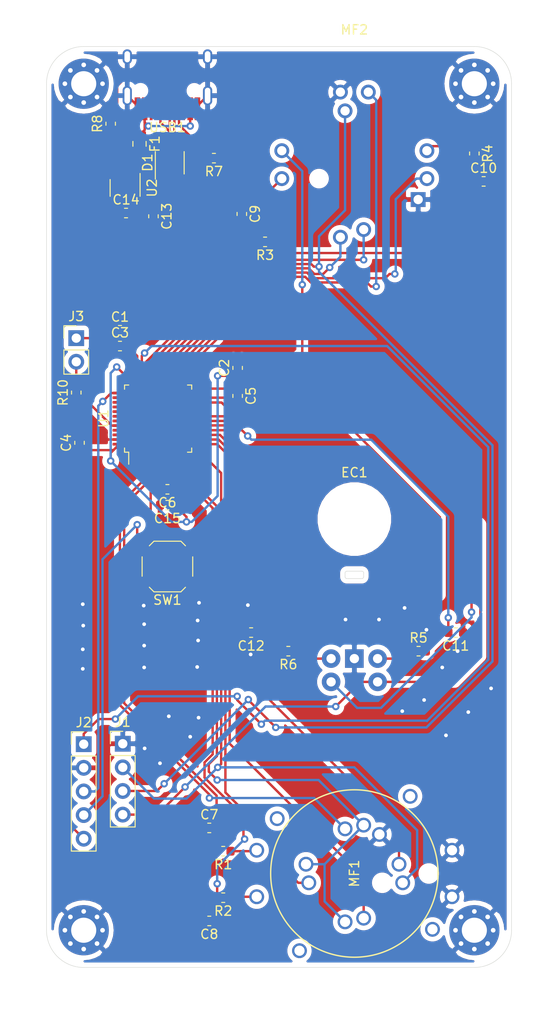
<source format=kicad_pcb>
(kicad_pcb (version 20171130) (host pcbnew "(5.1.2)-1")
  (layers (0 F.Cu signal) (31 B.Cu signal) (34 B.Paste user) (35 F.Paste user) (36 B.SilkS user) (37 F.SilkS user) (38 B.Mask user) (39 F.Mask user) (44 Edge.Cuts user))
  (net 0 "")
  (net 1 +3V3)
  (net 2 GND)
  (net 3 MF1EA)
  (net 4 MF1EB)
  (net 5 MF2EA)
  (net 6 MF2EB)
  (net 7 "Net-(EC1-PadB)")
  (net 8 "Net-(EC1-PadA)")
  (net 9 EC1S2)
  (net 10 EC1S1)
  (net 11 "Net-(MF1-Pad5)")
  (net 12 "Net-(MF1-Pad6)")
  (net 13 MF1PUSH)
  (net 14 MF1D)
  (net 15 MF1B)
  (net 16 MF1C)
  (net 17 MF1COM)
  (net 18 MF1A)
  (net 19 MF2COM)
  (net 20 MF2PUSH)
  (net 21 MF2A)
  (net 22 MF2C)
  (net 23 MF2B)
  (net 24 "Net-(MF2-Pad6)")
  (net 25 "Net-(MF2-Pad5)")
  (net 26 MF2D)
  (net 27 NRST)
  (net 28 D_N)
  (net 29 D_P)
  (net 30 EC1EA)
  (net 31 EC1EB)
  (net 32 +5V)
  (net 33 "Net-(F1-Pad1)")
  (net 34 "Net-(R7-Pad2)")
  (net 35 "Net-(R8-Pad2)")
  (net 36 SWDIO)
  (net 37 SWCLK)
  (net 38 BOOT0)
  (module Type-C:HRO-TYPE-C-31-M-12-HandSoldering (layer F.Cu) (at 13 -1.5 180)
    (fp_text reference USB1 (at 0 -10.2) (layer F.SilkS))
    (fp_text value HRO-TYPE-C-31-M-12)
    (pad 13 thru_hole oval (at 4.32 -2.6 180) (size 1 1.6) (drill oval 0.6 1.2) (layers *.Cu B.Mask) (net 2 GND))
    (pad 13 thru_hole oval (at -4.32 -2.6 180) (size 1 1.6) (drill oval 0.6 1.2) (layers *.Cu B.Mask) (net 2 GND))
    (pad 13 thru_hole oval (at 4.32 -6.78 180) (size 1 2.1) (drill oval 0.6 1.7) (layers *.Cu B.Mask) (net 2 GND))
    (pad 13 thru_hole oval (at -4.32 -6.78 180) (size 1 2.1) (drill oval 0.6 1.7) (layers *.Cu B.Mask) (net 2 GND))
    (pad "" np_thru_hole circle (at -2.89 -6.25 180) (size 0.65 0.65) (drill 0.65) (layers *.Cu *.Mask))
    (pad "" np_thru_hole circle (at 2.89 -6.25 180) (size 0.65 0.65) (drill 0.65) (layers *.Cu *.Mask))
    (pad 6 smd rect (at -0.25 -8.195 180) (size 0.3 2.45) (layers F.Cu F.Paste F.Mask) (net 29 D_P))
    (pad 7 smd rect (at 0.25 -8.195 180) (size 0.3 2.45) (layers F.Cu F.Paste F.Mask) (net 28 D_N))
    (pad 8 smd rect (at 0.75 -8.195 180) (size 0.3 2.45) (layers F.Cu F.Paste F.Mask) (net 29 D_P))
    (pad 5 smd rect (at -0.75 -8.195 180) (size 0.3 2.45) (layers F.Cu F.Paste F.Mask) (net 28 D_N))
    (pad 9 smd rect (at 1.25 -8.195 180) (size 0.3 2.45) (layers F.Cu F.Paste F.Mask))
    (pad 4 smd rect (at -1.25 -8.195 180) (size 0.3 2.45) (layers F.Cu F.Paste F.Mask) (net 34 "Net-(R7-Pad2)"))
    (pad 10 smd rect (at 1.75 -8.195 180) (size 0.3 2.45) (layers F.Cu F.Paste F.Mask) (net 35 "Net-(R8-Pad2)"))
    (pad 3 smd rect (at -1.75 -8.195 180) (size 0.3 2.45) (layers F.Cu F.Paste F.Mask))
    (pad 2 smd rect (at -2.45 -8.195 180) (size 0.6 2.45) (layers F.Cu F.Paste F.Mask) (net 33 "Net-(F1-Pad1)"))
    (pad 11 smd rect (at 2.45 -8.195 180) (size 0.6 2.45) (layers F.Cu F.Paste F.Mask) (net 33 "Net-(F1-Pad1)"))
    (pad 1 smd rect (at -3.225 -8.195 180) (size 0.6 2.45) (layers F.Cu F.Paste F.Mask) (net 2 GND))
    (pad 12 smd rect (at 3.225 -8.195 180) (size 0.6 2.45) (layers F.Cu F.Paste F.Mask) (net 2 GND))
  )
  (module Capacitor_SMD:C_0603_1608Metric (layer F.Cu) (at 11.5 18.25 270)
    (fp_text reference C13 (at 0 -1.43 90) (layer F.SilkS))
    (fp_text value 1u)
    (pad 1 smd roundrect (at -0.7875 0 270) (size 0.875 0.95) (layers F.Cu F.Paste F.Mask) (net 32 +5V))
    (pad 2 smd roundrect (at 0.7875 0 270) (size 0.875 0.95) (layers F.Cu F.Paste F.Mask) (net 2 GND))
  )
  (module Capacitor_SMD:C_0603_1608Metric (layer F.Cu) (at 7.9 30.5)
    (fp_text reference C1 (at 0 -1.43) (layer F.SilkS))
    (fp_text value 4.7u)
    (pad 1 smd roundrect (at -0.7875 0) (size 0.875 0.95) (layers F.Cu F.Paste F.Mask) (net 1 +3V3))
    (pad 2 smd roundrect (at 0.7875 0) (size 0.875 0.95) (layers F.Cu F.Paste F.Mask) (net 2 GND))
  )
  (module Capacitor_SMD:C_0603_1608Metric (layer F.Cu) (at 20.55 34.55 90)
    (fp_text reference C2 (at 0 -1.43 90) (layer F.SilkS))
    (fp_text value 4.7u)
    (pad 1 smd roundrect (at -0.7875 0 90) (size 0.875 0.95) (layers F.Cu F.Paste F.Mask) (net 1 +3V3))
    (pad 2 smd roundrect (at 0.7875 0 90) (size 0.875 0.95) (layers F.Cu F.Paste F.Mask) (net 2 GND))
  )
  (module Capacitor_SMD:C_0603_1608Metric (layer F.Cu) (at 7.9 32.2)
    (fp_text reference C3 (at 0 -1.43) (layer F.SilkS))
    (fp_text value 0.1u)
    (pad 1 smd roundrect (at -0.7875 0) (size 0.875 0.95) (layers F.Cu F.Paste F.Mask) (net 1 +3V3))
    (pad 2 smd roundrect (at 0.7875 0) (size 0.875 0.95) (layers F.Cu F.Paste F.Mask) (net 2 GND))
  )
  (module Capacitor_SMD:C_0603_1608Metric (layer F.Cu) (at 3.55 42.6 90)
    (fp_text reference C4 (at 0 -1.43 90) (layer F.SilkS))
    (fp_text value 0.1u)
    (pad 1 smd roundrect (at -0.7875 0 90) (size 0.875 0.95) (layers F.Cu F.Paste F.Mask) (net 1 +3V3))
    (pad 2 smd roundrect (at 0.7875 0 90) (size 0.875 0.95) (layers F.Cu F.Paste F.Mask) (net 2 GND))
  )
  (module Capacitor_SMD:C_0603_1608Metric (layer F.Cu) (at 20.55 37.5625 270)
    (fp_text reference C5 (at 0 -1.43 90) (layer F.SilkS))
    (fp_text value 0.1u)
    (pad 1 smd roundrect (at -0.7875 0 270) (size 0.875 0.95) (layers F.Cu F.Paste F.Mask) (net 1 +3V3))
    (pad 2 smd roundrect (at 0.7875 0 270) (size 0.875 0.95) (layers F.Cu F.Paste F.Mask) (net 2 GND))
  )
  (module Capacitor_SMD:C_0603_1608Metric (layer F.Cu) (at 17.5 84)
    (fp_text reference C7 (at 0 -1.43) (layer F.SilkS))
    (fp_text value 0.1u)
    (pad 1 smd roundrect (at -0.7875 0) (size 0.875 0.95) (layers F.Cu F.Paste F.Mask) (net 2 GND))
    (pad 2 smd roundrect (at 0.7875 0) (size 0.875 0.95) (layers F.Cu F.Paste F.Mask) (net 3 MF1EA))
  )
  (module Capacitor_SMD:C_0603_1608Metric (layer F.Cu) (at 17.5 94 180)
    (fp_text reference C8 (at 0 -1.43) (layer F.SilkS))
    (fp_text value 0.1u)
    (pad 2 smd roundrect (at 0.7875 0 180) (size 0.875 0.95) (layers F.Cu F.Paste F.Mask) (net 2 GND))
    (pad 1 smd roundrect (at -0.7875 0 180) (size 0.875 0.95) (layers F.Cu F.Paste F.Mask) (net 4 MF1EB))
  )
  (module Capacitor_SMD:C_0603_1608Metric (layer F.Cu) (at 21 18 270)
    (fp_text reference C9 (at 0 -1.43 90) (layer F.SilkS))
    (fp_text value 0.1u)
    (pad 1 smd roundrect (at -0.7875 0 270) (size 0.875 0.95) (layers F.Cu F.Paste F.Mask) (net 2 GND))
    (pad 2 smd roundrect (at 0.7875 0 270) (size 0.875 0.95) (layers F.Cu F.Paste F.Mask) (net 5 MF2EA))
  )
  (module Capacitor_SMD:C_0603_1608Metric (layer F.Cu) (at 47 14.5)
    (fp_text reference C10 (at 0 -1.43) (layer F.SilkS))
    (fp_text value 0.1u)
    (pad 2 smd roundrect (at 0.7875 0) (size 0.875 0.95) (layers F.Cu F.Paste F.Mask) (net 2 GND))
    (pad 1 smd roundrect (at -0.7875 0) (size 0.875 0.95) (layers F.Cu F.Paste F.Mask) (net 6 MF2EB))
  )
  (module Capacitor_SMD:C_0603_1608Metric (layer F.Cu) (at 44 63 180)
    (fp_text reference C11 (at 0 -1.43) (layer F.SilkS))
    (fp_text value 0.1u)
    (pad 1 smd roundrect (at -0.7875 0 180) (size 0.875 0.95) (layers F.Cu F.Paste F.Mask) (net 2 GND))
    (pad 2 smd roundrect (at 0.7875 0 180) (size 0.875 0.95) (layers F.Cu F.Paste F.Mask) (net 30 EC1EA))
  )
  (module Capacitor_SMD:C_0603_1608Metric (layer F.Cu) (at 22 63 180)
    (fp_text reference C12 (at 0 -1.43) (layer F.SilkS))
    (fp_text value 0.1u)
    (pad 2 smd roundrect (at 0.7875 0 180) (size 0.875 0.95) (layers F.Cu F.Paste F.Mask) (net 2 GND))
    (pad 1 smd roundrect (at -0.7875 0 180) (size 0.875 0.95) (layers F.Cu F.Paste F.Mask) (net 31 EC1EB))
  )
  (module Capacitor_SMD:C_0603_1608Metric (layer F.Cu) (at 8.55 17.9)
    (fp_text reference C14 (at 0 -1.43) (layer F.SilkS))
    (fp_text value 1u)
    (pad 2 smd roundrect (at 0.7875 0) (size 0.875 0.95) (layers F.Cu F.Paste F.Mask) (net 1 +3V3))
    (pad 1 smd roundrect (at -0.7875 0) (size 0.875 0.95) (layers F.Cu F.Paste F.Mask) (net 2 GND))
  )
  (module Package_TO_SOT_SMD:SOT-143 (layer F.Cu) (at 13.25 12.5 90)
    (fp_text reference D1 (at 0.02 -2.38 90) (layer F.SilkS))
    (fp_text value PRTR5V0U2X)
    (pad 1 smd rect (at -1.1 -0.77) (size 1.2 1.4) (layers F.Cu F.Paste F.Mask) (net 2 GND))
    (pad 2 smd rect (at -1.1 0.95) (size 1 1.4) (layers F.Cu F.Paste F.Mask) (net 29 D_P))
    (pad 3 smd rect (at 1.1 0.95) (size 1 1.4) (layers F.Cu F.Paste F.Mask) (net 28 D_N))
    (pad 4 smd rect (at 1.1 -0.95) (size 1 1.4) (layers F.Cu F.Paste F.Mask) (net 32 +5V))
  )
  (module crokto:ec11b (layer F.Cu) (at 33.1 50.8)
    (fp_text reference EC1 (at 0 -5) (layer F.SilkS))
    (fp_text value Rotary_Encoder_Switch)
    (pad C thru_hole rect (at 0 15 270) (size 2 2) (drill 1) (layers *.Cu *.Mask) (net 2 GND))
    (pad B thru_hole circle (at -2.5 15 270) (size 2 2) (drill 1) (layers *.Cu *.Mask) (net 7 "Net-(EC1-PadB)"))
    (pad A thru_hole circle (at 2.5 15 270) (size 2 2) (drill 1) (layers *.Cu *.Mask) (net 8 "Net-(EC1-PadA)"))
    (pad S2 thru_hole circle (at 2.5 17.5 270) (size 2 2) (drill 1) (layers *.Cu *.Mask) (net 9 EC1S2))
    (pad S1 thru_hole circle (at -2.5 17.5 270) (size 2 2) (drill 1) (layers *.Cu *.Mask) (net 10 EC1S1))
    (pad "" np_thru_hole circle (at 0 0) (size 6.9 6.9) (drill 6.9) (layers *.Cu *.Mask))
  )
  (module Fuse:Fuse_0805_2012Metric (layer F.Cu) (at 10 10.4625 270)
    (fp_text reference F1 (at 0 -1.65 90) (layer F.SilkS))
    (fp_text value PTC)
    (pad 1 smd roundrect (at -0.9375 0 270) (size 0.975 1.4) (layers F.Cu F.Paste F.Mask) (net 33 "Net-(F1-Pad1)"))
    (pad 2 smd roundrect (at 0.9375 0 270) (size 0.975 1.4) (layers F.Cu F.Paste F.Mask) (net 32 +5V))
  )
  (module Connector_PinHeader_2.54mm:PinHeader_1x04_P2.54mm_Vertical (layer F.Cu) (at 8.2 74.95)
    (fp_text reference J1 (at 0 -2.33) (layer F.SilkS))
    (fp_text value Conn_01x04)
    (pad 1 thru_hole rect (at 0 0) (size 1.7 1.7) (drill 1) (layers *.Cu *.Mask) (net 2 GND))
    (pad 2 thru_hole oval (at 0 2.54) (size 1.7 1.7) (drill 1) (layers *.Cu *.Mask) (net 17 MF1COM))
    (pad 3 thru_hole oval (at 0 5.08) (size 1.7 1.7) (drill 1) (layers *.Cu *.Mask) (net 19 MF2COM))
    (pad 4 thru_hole oval (at 0 7.62) (size 1.7 1.7) (drill 1) (layers *.Cu *.Mask) (net 9 EC1S2))
  )
  (module crokto:RKJXM2E13004 (layer F.Cu) (at 33.1 88.9 270)
    (fp_text reference MF1 (at 0 0 90) (layer F.SilkS))
    (fp_text value Alps_RKJXx)
    (pad 9 thru_hole circle (at -2.5 -10.5 270) (size 1.6 1.6) (drill 1.1) (layers *.Cu *.Mask) (net 2 GND))
    (pad 9 thru_hole circle (at 2.5 -10.5 270) (size 1.6 1.6) (drill 1.1) (layers *.Cu *.Mask) (net 2 GND))
    (pad 5 thru_hole circle (at -2.5 10.5 270) (size 1.6 1.6) (drill 1.1) (layers *.Cu *.Mask) (net 11 "Net-(MF1-Pad5)"))
    (pad 6 thru_hole circle (at 2.5 10.5 270) (size 1.6 1.6) (drill 1.1) (layers *.Cu *.Mask) (net 12 "Net-(MF1-Pad6)"))
    (pad 7 thru_hole circle (at -5.2 -1 270) (size 1.6 1.6) (drill 1.1) (layers *.Cu *.Mask) (net 13 MF1PUSH))
    (pad 4 thru_hole circle (at -4.8 1 270) (size 1.6 1.6) (drill 1.1) (layers *.Cu *.Mask) (net 14 MF1D))
    (pad "" np_thru_hole circle (at 0 -8 270) (size 1.2 1.2) (drill 1.2) (layers *.Cu *.Mask))
    (pad 2 thru_hole circle (at 4.8 -1 270) (size 1.6 1.6) (drill 1.1) (layers *.Cu *.Mask) (net 15 MF1B))
    (pad 3 thru_hole circle (at -1 -4.8 270) (size 1.6 1.6) (drill 1.1) (layers *.Cu *.Mask) (net 16 MF1C))
    (pad 8 thru_hole circle (at 1 -5.2 270) (size 1.6 1.6) (drill 1.1) (layers *.Cu *.Mask) (net 17 MF1COM))
    (pad 1 thru_hole circle (at 1 4.9 270) (size 1.6 1.6) (drill 1.1) (layers *.Cu *.Mask) (net 18 MF1A))
    (pad 7 thru_hole circle (at -1 5.2 270) (size 1.6 1.6) (drill 1.1) (layers *.Cu *.Mask) (net 13 MF1PUSH))
    (pad 7 thru_hole circle (at 5.2 1 270) (size 1.6 1.6) (drill 1.1) (layers *.Cu *.Mask) (net 13 MF1PUSH))
    (pad "" np_thru_hole circle (at 1 -3 270) (size 1.2 1.2) (drill 1.2) (layers *.Cu *.Mask))
    (pad 10 thru_hole circle (at -4.2 -2.7 270) (size 1.6 1.6) (drill 1.1) (layers *.Cu *.Mask) (net 2 GND))
    (pad MP thru_hole circle (at 6 -8.4 270) (size 1.6 1.6) (drill 1.1) (layers *.Cu *.Mask))
    (pad MP thru_hole circle (at -5.9 8.3 270) (size 1.6 1.6) (drill 1.1) (layers *.Cu *.Mask))
    (pad MP thru_hole circle (at 8.3 5.9 270) (size 1.6 1.6) (drill 1.1) (layers *.Cu *.Mask))
    (pad MP thru_hole circle (at -8.3 -6 270) (size 1.6 1.6) (drill 1.1) (layers *.Cu *.Mask))
  )
  (module crokto:RKJXT1F42001 (layer F.Cu) (at 33.1 12.7)
    (fp_text reference MF2 (at 0 -14.5) (layer F.SilkS))
    (fp_text value Alps_RKJXx)
    (pad 4 thru_hole circle (at -7.8 -1.5) (size 1.6 1.6) (drill 1) (layers *.Cu *.Mask) (net 26 MF2D))
    (pad 5 thru_hole circle (at -7.8 1.5) (size 1.6 1.6) (drill 1) (layers *.Cu *.Mask) (net 25 "Net-(MF2-Pad5)"))
    (pad 6 thru_hole circle (at 7.8 -1.5) (size 1.6 1.6) (drill 1) (layers *.Cu *.Mask) (net 24 "Net-(MF2-Pad6)"))
    (pad 2 thru_hole circle (at 7.8 1.5) (size 1.6 1.6) (drill 1) (layers *.Cu *.Mask) (net 23 MF2B))
    (pad 10 thru_hole rect (at 6.86 3.75) (size 1.6 1.6) (drill 1) (layers *.Cu *.Mask) (net 2 GND))
    (pad 9 thru_hole circle (at -1.5 -7.8) (size 1.6 1.6) (drill 1) (layers *.Cu *.Mask) (net 2 GND))
    (pad 3 thru_hole circle (at 1.5 -7.8) (size 1.6 1.6) (drill 1) (layers *.Cu *.Mask) (net 22 MF2C))
    (pad "" np_thru_hole circle (at -3.8 1.5) (size 1.1 1.1) (drill 1.1) (layers *.Cu *.Mask))
    (pad 1 thru_hole circle (at -1.5 7.8) (size 1.6 1.6) (drill 1) (layers *.Cu *.Mask) (net 21 MF2A))
    (pad 7 thru_hole circle (at 1 6.98) (size 1.6 1.6) (drill 1) (layers *.Cu *.Mask) (net 20 MF2PUSH))
    (pad 8 thru_hole circle (at -1 -5.78) (size 1.6 1.6) (drill 1) (layers *.Cu *.Mask) (net 19 MF2COM))
  )
  (module Resistor_SMD:R_0603_1608Metric (layer F.Cu) (at 19 86.5 180)
    (fp_text reference R1 (at 0 -1.43) (layer F.SilkS))
    (fp_text value 10k)
    (pad 1 smd roundrect (at -0.7875 0 180) (size 0.875 0.95) (layers F.Cu F.Paste F.Mask) (net 11 "Net-(MF1-Pad5)"))
    (pad 2 smd roundrect (at 0.7875 0 180) (size 0.875 0.95) (layers F.Cu F.Paste F.Mask) (net 3 MF1EA))
  )
  (module Resistor_SMD:R_0603_1608Metric (layer F.Cu) (at 19 91.5 180)
    (fp_text reference R2 (at 0 -1.43) (layer F.SilkS))
    (fp_text value 10k)
    (pad 2 smd roundrect (at 0.7875 0 180) (size 0.875 0.95) (layers F.Cu F.Paste F.Mask) (net 4 MF1EB))
    (pad 1 smd roundrect (at -0.7875 0 180) (size 0.875 0.95) (layers F.Cu F.Paste F.Mask) (net 12 "Net-(MF1-Pad6)"))
  )
  (module Resistor_SMD:R_0603_1608Metric (layer F.Cu) (at 23.5 21 180)
    (fp_text reference R3 (at 0 -1.43) (layer F.SilkS))
    (fp_text value 10k)
    (pad 1 smd roundrect (at -0.7875 0 180) (size 0.875 0.95) (layers F.Cu F.Paste F.Mask) (net 25 "Net-(MF2-Pad5)"))
    (pad 2 smd roundrect (at 0.7875 0 180) (size 0.875 0.95) (layers F.Cu F.Paste F.Mask) (net 5 MF2EA))
  )
  (module Resistor_SMD:R_0603_1608Metric (layer F.Cu) (at 46 11.5 270)
    (fp_text reference R4 (at 0 -1.43 90) (layer F.SilkS))
    (fp_text value 10k)
    (pad 2 smd roundrect (at 0.7875 0 270) (size 0.875 0.95) (layers F.Cu F.Paste F.Mask) (net 6 MF2EB))
    (pad 1 smd roundrect (at -0.7875 0 270) (size 0.875 0.95) (layers F.Cu F.Paste F.Mask) (net 24 "Net-(MF2-Pad6)"))
  )
  (module Resistor_SMD:R_0603_1608Metric (layer F.Cu) (at 40 65)
    (fp_text reference R5 (at 0 -1.43) (layer F.SilkS))
    (fp_text value 10k)
    (pad 1 smd roundrect (at -0.7875 0) (size 0.875 0.95) (layers F.Cu F.Paste F.Mask) (net 8 "Net-(EC1-PadA)"))
    (pad 2 smd roundrect (at 0.7875 0) (size 0.875 0.95) (layers F.Cu F.Paste F.Mask) (net 30 EC1EA))
  )
  (module Resistor_SMD:R_0603_1608Metric (layer F.Cu) (at 26 65 180)
    (fp_text reference R6 (at 0 -1.43) (layer F.SilkS))
    (fp_text value 10k)
    (pad 2 smd roundrect (at 0.7875 0 180) (size 0.875 0.95) (layers F.Cu F.Paste F.Mask) (net 31 EC1EB))
    (pad 1 smd roundrect (at -0.7875 0 180) (size 0.875 0.95) (layers F.Cu F.Paste F.Mask) (net 7 "Net-(EC1-PadB)"))
  )
  (module Resistor_SMD:R_0603_1608Metric (layer F.Cu) (at 18 12 180)
    (fp_text reference R7 (at 0 -1.43) (layer F.SilkS))
    (fp_text value 5.1K)
    (pad 2 smd roundrect (at 0.7875 0 180) (size 0.875 0.95) (layers F.Cu F.Paste F.Mask) (net 34 "Net-(R7-Pad2)"))
    (pad 1 smd roundrect (at -0.7875 0 180) (size 0.875 0.95) (layers F.Cu F.Paste F.Mask) (net 2 GND))
  )
  (module Resistor_SMD:R_0603_1608Metric (layer F.Cu) (at 6.9 8.3 90)
    (fp_text reference R8 (at 0 -1.43 90) (layer F.SilkS))
    (fp_text value 5.1K)
    (pad 1 smd roundrect (at -0.7875 0 90) (size 0.875 0.95) (layers F.Cu F.Paste F.Mask) (net 2 GND))
    (pad 2 smd roundrect (at 0.7875 0 90) (size 0.875 0.95) (layers F.Cu F.Paste F.Mask) (net 35 "Net-(R8-Pad2)"))
  )
  (module Package_QFP:LQFP-48_7x7mm_P0.5mm (layer F.Cu) (at 12 40 90)
    (fp_text reference U1 (at 0 -5.85 90) (layer F.SilkS))
    (fp_text value STM32F072CBTx)
    (pad 1 smd roundrect (at -4.1625 -2.75 90) (size 1.475 0.3) (layers F.Cu F.Paste F.Mask))
    (pad 2 smd roundrect (at -4.1625 -2.25 90) (size 1.475 0.3) (layers F.Cu F.Paste F.Mask))
    (pad 3 smd roundrect (at -4.1625 -1.75 90) (size 1.475 0.3) (layers F.Cu F.Paste F.Mask))
    (pad 4 smd roundrect (at -4.1625 -1.25 90) (size 1.475 0.3) (layers F.Cu F.Paste F.Mask))
    (pad 5 smd roundrect (at -4.1625 -0.75 90) (size 1.475 0.3) (layers F.Cu F.Paste F.Mask) (net 14 MF1D))
    (pad 6 smd roundrect (at -4.1625 -0.25 90) (size 1.475 0.3) (layers F.Cu F.Paste F.Mask) (net 3 MF1EA))
    (pad 7 smd roundrect (at -4.1625 0.25 90) (size 1.475 0.3) (layers F.Cu F.Paste F.Mask) (net 27 NRST))
    (pad 8 smd roundrect (at -4.1625 0.75 90) (size 1.475 0.3) (layers F.Cu F.Paste F.Mask) (net 2 GND))
    (pad 9 smd roundrect (at -4.1625 1.25 90) (size 1.475 0.3) (layers F.Cu F.Paste F.Mask) (net 1 +3V3))
    (pad 10 smd roundrect (at -4.1625 1.75 90) (size 1.475 0.3) (layers F.Cu F.Paste F.Mask) (net 4 MF1EB))
    (pad 11 smd roundrect (at -4.1625 2.25 90) (size 1.475 0.3) (layers F.Cu F.Paste F.Mask) (net 13 MF1PUSH))
    (pad 12 smd roundrect (at -4.1625 2.75 90) (size 1.475 0.3) (layers F.Cu F.Paste F.Mask) (net 17 MF1COM))
    (pad 13 smd roundrect (at -2.75 4.1625 90) (size 0.3 1.475) (layers F.Cu F.Paste F.Mask) (net 18 MF1A))
    (pad 14 smd roundrect (at -2.25 4.1625 90) (size 0.3 1.475) (layers F.Cu F.Paste F.Mask) (net 15 MF1B))
    (pad 15 smd roundrect (at -1.75 4.1625 90) (size 0.3 1.475) (layers F.Cu F.Paste F.Mask) (net 16 MF1C))
    (pad 16 smd roundrect (at -1.25 4.1625 90) (size 0.3 1.475) (layers F.Cu F.Paste F.Mask) (net 30 EC1EA))
    (pad 17 smd roundrect (at -0.75 4.1625 90) (size 0.3 1.475) (layers F.Cu F.Paste F.Mask) (net 31 EC1EB))
    (pad 18 smd roundrect (at -0.25 4.1625 90) (size 0.3 1.475) (layers F.Cu F.Paste F.Mask) (net 10 EC1S1))
    (pad 19 smd roundrect (at 0.25 4.1625 90) (size 0.3 1.475) (layers F.Cu F.Paste F.Mask) (net 9 EC1S2))
    (pad 20 smd roundrect (at 0.75 4.1625 90) (size 0.3 1.475) (layers F.Cu F.Paste F.Mask))
    (pad 21 smd roundrect (at 1.25 4.1625 90) (size 0.3 1.475) (layers F.Cu F.Paste F.Mask))
    (pad 22 smd roundrect (at 1.75 4.1625 90) (size 0.3 1.475) (layers F.Cu F.Paste F.Mask) (net 26 MF2D))
    (pad 23 smd roundrect (at 2.25 4.1625 90) (size 0.3 1.475) (layers F.Cu F.Paste F.Mask) (net 2 GND))
    (pad 24 smd roundrect (at 2.75 4.1625 90) (size 0.3 1.475) (layers F.Cu F.Paste F.Mask) (net 1 +3V3))
    (pad 25 smd roundrect (at 4.1625 2.75 90) (size 1.475 0.3) (layers F.Cu F.Paste F.Mask) (net 22 MF2C))
    (pad 26 smd roundrect (at 4.1625 2.25 90) (size 1.475 0.3) (layers F.Cu F.Paste F.Mask) (net 23 MF2B))
    (pad 27 smd roundrect (at 4.1625 1.75 90) (size 1.475 0.3) (layers F.Cu F.Paste F.Mask) (net 21 MF2A))
    (pad 28 smd roundrect (at 4.1625 1.25 90) (size 1.475 0.3) (layers F.Cu F.Paste F.Mask) (net 19 MF2COM))
    (pad 29 smd roundrect (at 4.1625 0.75 90) (size 1.475 0.3) (layers F.Cu F.Paste F.Mask) (net 20 MF2PUSH))
    (pad 30 smd roundrect (at 4.1625 0.25 90) (size 1.475 0.3) (layers F.Cu F.Paste F.Mask) (net 6 MF2EB))
    (pad 31 smd roundrect (at 4.1625 -0.25 90) (size 1.475 0.3) (layers F.Cu F.Paste F.Mask) (net 5 MF2EA))
    (pad 32 smd roundrect (at 4.1625 -0.75 90) (size 1.475 0.3) (layers F.Cu F.Paste F.Mask) (net 28 D_N))
    (pad 33 smd roundrect (at 4.1625 -1.25 90) (size 1.475 0.3) (layers F.Cu F.Paste F.Mask) (net 29 D_P))
    (pad 34 smd roundrect (at 4.1625 -1.75 90) (size 1.475 0.3) (layers F.Cu F.Paste F.Mask) (net 36 SWDIO))
    (pad 35 smd roundrect (at 4.1625 -2.25 90) (size 1.475 0.3) (layers F.Cu F.Paste F.Mask) (net 2 GND))
    (pad 36 smd roundrect (at 4.1625 -2.75 90) (size 1.475 0.3) (layers F.Cu F.Paste F.Mask) (net 1 +3V3))
    (pad 37 smd roundrect (at 2.75 -4.1625 90) (size 0.3 1.475) (layers F.Cu F.Paste F.Mask) (net 37 SWCLK))
    (pad 38 smd roundrect (at 2.25 -4.1625 90) (size 0.3 1.475) (layers F.Cu F.Paste F.Mask))
    (pad 39 smd roundrect (at 1.75 -4.1625 90) (size 0.3 1.475) (layers F.Cu F.Paste F.Mask))
    (pad 40 smd roundrect (at 1.25 -4.1625 90) (size 0.3 1.475) (layers F.Cu F.Paste F.Mask))
    (pad 41 smd roundrect (at 0.75 -4.1625 90) (size 0.3 1.475) (layers F.Cu F.Paste F.Mask))
    (pad 42 smd roundrect (at 0.25 -4.1625 90) (size 0.3 1.475) (layers F.Cu F.Paste F.Mask))
    (pad 43 smd roundrect (at -0.25 -4.1625 90) (size 0.3 1.475) (layers F.Cu F.Paste F.Mask))
    (pad 44 smd roundrect (at -0.75 -4.1625 90) (size 0.3 1.475) (layers F.Cu F.Paste F.Mask) (net 38 BOOT0))
    (pad 45 smd roundrect (at -1.25 -4.1625 90) (size 0.3 1.475) (layers F.Cu F.Paste F.Mask))
    (pad 46 smd roundrect (at -1.75 -4.1625 90) (size 0.3 1.475) (layers F.Cu F.Paste F.Mask))
    (pad 47 smd roundrect (at -2.25 -4.1625 90) (size 0.3 1.475) (layers F.Cu F.Paste F.Mask) (net 2 GND))
    (pad 48 smd roundrect (at -2.75 -4.1625 90) (size 0.3 1.475) (layers F.Cu F.Paste F.Mask) (net 1 +3V3))
  )
  (module Package_TO_SOT_SMD:SOT-23-5 (layer F.Cu) (at 8.45 15.2 270)
    (fp_text reference U2 (at 0 -2.9 90) (layer F.SilkS))
    (fp_text value TLV75533PDBV)
    (pad 1 smd rect (at -1.1 -0.95 270) (size 1.06 0.65) (layers F.Cu F.Paste F.Mask) (net 32 +5V))
    (pad 2 smd rect (at -1.1 0 270) (size 1.06 0.65) (layers F.Cu F.Paste F.Mask) (net 2 GND))
    (pad 3 smd rect (at -1.1 0.95 270) (size 1.06 0.65) (layers F.Cu F.Paste F.Mask) (net 32 +5V))
    (pad 4 smd rect (at 1.1 0.95 270) (size 1.06 0.65) (layers F.Cu F.Paste F.Mask))
    (pad 5 smd rect (at 1.1 -0.95 270) (size 1.06 0.65) (layers F.Cu F.Paste F.Mask) (net 1 +3V3))
  )
  (module crokto:m2.5_pad_via (layer F.Cu) (at 4 4)
    (fp_text reference H1 hide)
    (fp_text value M2.5)
    (pad 1 thru_hole circle (at 1.431891 -1.431891) (size 0.8 0.8) (drill 0.5) (layers *.Cu *.Mask) (net 2 GND))
    (pad 1 thru_hole circle (at 0 -2.025) (size 0.8 0.8) (drill 0.5) (layers *.Cu *.Mask) (net 2 GND))
    (pad 1 thru_hole circle (at -1.431891 -1.431891) (size 0.8 0.8) (drill 0.5) (layers *.Cu *.Mask) (net 2 GND))
    (pad 1 thru_hole circle (at -2.025 0) (size 0.8 0.8) (drill 0.5) (layers *.Cu *.Mask) (net 2 GND))
    (pad 1 thru_hole circle (at -1.431891 1.431891) (size 0.8 0.8) (drill 0.5) (layers *.Cu *.Mask) (net 2 GND))
    (pad 1 thru_hole circle (at 0 2.025) (size 0.8 0.8) (drill 0.5) (layers *.Cu *.Mask) (net 2 GND))
    (pad 1 thru_hole circle (at 1.431891 1.431891) (size 0.8 0.8) (drill 0.5) (layers *.Cu *.Mask) (net 2 GND))
    (pad 1 thru_hole circle (at 2.025 0) (size 0.8 0.8) (drill 0.5) (layers *.Cu *.Mask) (net 2 GND))
    (pad 1 thru_hole circle (at 0 0) (size 5.4 5.4) (drill 2.7) (layers *.Cu *.Mask) (net 2 GND))
  )
  (module crokto:m2.5_pad_via (layer F.Cu) (at 46 4)
    (fp_text reference H2 hide)
    (fp_text value M2.5)
    (pad 1 thru_hole circle (at 0 0) (size 5.4 5.4) (drill 2.7) (layers *.Cu *.Mask) (net 2 GND))
    (pad 1 thru_hole circle (at 2.025 0) (size 0.8 0.8) (drill 0.5) (layers *.Cu *.Mask) (net 2 GND))
    (pad 1 thru_hole circle (at 1.431891 1.431891) (size 0.8 0.8) (drill 0.5) (layers *.Cu *.Mask) (net 2 GND))
    (pad 1 thru_hole circle (at 0 2.025) (size 0.8 0.8) (drill 0.5) (layers *.Cu *.Mask) (net 2 GND))
    (pad 1 thru_hole circle (at -1.431891 1.431891) (size 0.8 0.8) (drill 0.5) (layers *.Cu *.Mask) (net 2 GND))
    (pad 1 thru_hole circle (at -2.025 0) (size 0.8 0.8) (drill 0.5) (layers *.Cu *.Mask) (net 2 GND))
    (pad 1 thru_hole circle (at -1.431891 -1.431891) (size 0.8 0.8) (drill 0.5) (layers *.Cu *.Mask) (net 2 GND))
    (pad 1 thru_hole circle (at 0 -2.025) (size 0.8 0.8) (drill 0.5) (layers *.Cu *.Mask) (net 2 GND))
    (pad 1 thru_hole circle (at 1.431891 -1.431891) (size 0.8 0.8) (drill 0.5) (layers *.Cu *.Mask) (net 2 GND))
  )
  (module crokto:m2.5_pad_via (layer F.Cu) (at 4 95)
    (fp_text reference H3 hide)
    (fp_text value M2.5)
    (pad 1 thru_hole circle (at 1.431891 -1.431891) (size 0.8 0.8) (drill 0.5) (layers *.Cu *.Mask) (net 2 GND))
    (pad 1 thru_hole circle (at 0 -2.025) (size 0.8 0.8) (drill 0.5) (layers *.Cu *.Mask) (net 2 GND))
    (pad 1 thru_hole circle (at -1.431891 -1.431891) (size 0.8 0.8) (drill 0.5) (layers *.Cu *.Mask) (net 2 GND))
    (pad 1 thru_hole circle (at -2.025 0) (size 0.8 0.8) (drill 0.5) (layers *.Cu *.Mask) (net 2 GND))
    (pad 1 thru_hole circle (at -1.431891 1.431891) (size 0.8 0.8) (drill 0.5) (layers *.Cu *.Mask) (net 2 GND))
    (pad 1 thru_hole circle (at 0 2.025) (size 0.8 0.8) (drill 0.5) (layers *.Cu *.Mask) (net 2 GND))
    (pad 1 thru_hole circle (at 1.431891 1.431891) (size 0.8 0.8) (drill 0.5) (layers *.Cu *.Mask) (net 2 GND))
    (pad 1 thru_hole circle (at 2.025 0) (size 0.8 0.8) (drill 0.5) (layers *.Cu *.Mask) (net 2 GND))
    (pad 1 thru_hole circle (at 0 0) (size 5.4 5.4) (drill 2.7) (layers *.Cu *.Mask) (net 2 GND))
  )
  (module crokto:m2.5_pad_via (layer F.Cu) (at 46 95)
    (fp_text reference H4 hide)
    (fp_text value M2.5)
    (pad 1 thru_hole circle (at 0 0) (size 5.4 5.4) (drill 2.7) (layers *.Cu *.Mask) (net 2 GND))
    (pad 1 thru_hole circle (at 2.025 0) (size 0.8 0.8) (drill 0.5) (layers *.Cu *.Mask) (net 2 GND))
    (pad 1 thru_hole circle (at 1.431891 1.431891) (size 0.8 0.8) (drill 0.5) (layers *.Cu *.Mask) (net 2 GND))
    (pad 1 thru_hole circle (at 0 2.025) (size 0.8 0.8) (drill 0.5) (layers *.Cu *.Mask) (net 2 GND))
    (pad 1 thru_hole circle (at -1.431891 1.431891) (size 0.8 0.8) (drill 0.5) (layers *.Cu *.Mask) (net 2 GND))
    (pad 1 thru_hole circle (at -2.025 0) (size 0.8 0.8) (drill 0.5) (layers *.Cu *.Mask) (net 2 GND))
    (pad 1 thru_hole circle (at -1.431891 -1.431891) (size 0.8 0.8) (drill 0.5) (layers *.Cu *.Mask) (net 2 GND))
    (pad 1 thru_hole circle (at 0 -2.025) (size 0.8 0.8) (drill 0.5) (layers *.Cu *.Mask) (net 2 GND))
    (pad 1 thru_hole circle (at 1.431891 -1.431891) (size 0.8 0.8) (drill 0.5) (layers *.Cu *.Mask) (net 2 GND))
  )
  (module Connector_PinHeader_2.54mm:PinHeader_1x05_P2.54mm_Vertical (layer F.Cu) (at 4 75)
    (fp_text reference J2 (at 0 -2.33) (layer F.SilkS))
    (fp_text value Conn_01x05)
    (pad 1 thru_hole rect (at 0 0) (size 1.7 1.7) (drill 1) (layers *.Cu *.Mask) (net 36 SWDIO))
    (pad 2 thru_hole oval (at 0 2.54) (size 1.7 1.7) (drill 1) (layers *.Cu *.Mask) (net 2 GND))
    (pad 3 thru_hole oval (at 0 5.08) (size 1.7 1.7) (drill 1) (layers *.Cu *.Mask) (net 37 SWCLK))
    (pad 4 thru_hole oval (at 0 7.62) (size 1.7 1.7) (drill 1) (layers *.Cu *.Mask) (net 27 NRST))
    (pad 5 thru_hole oval (at 0 10.16) (size 1.7 1.7) (drill 1) (layers *.Cu *.Mask) (net 1 +3V3))
  )
  (module Connector_PinHeader_2.54mm:PinHeader_1x02_P2.54mm_Vertical (layer F.Cu) (at 3.2 31.35)
    (fp_text reference J3 (at 0 -2.33) (layer F.SilkS))
    (fp_text value Conn_01x02)
    (pad 1 thru_hole rect (at 0 0) (size 1.7 1.7) (drill 1) (layers *.Cu *.Mask) (net 1 +3V3))
    (pad 2 thru_hole oval (at 0 2.54) (size 1.7 1.7) (drill 1) (layers *.Cu *.Mask) (net 38 BOOT0))
  )
  (module Resistor_SMD:R_0603_1608Metric (layer F.Cu) (at 3.2 37.2 90)
    (fp_text reference R10 (at 0 -1.43 90) (layer F.SilkS))
    (fp_text value 10k)
    (pad 1 smd roundrect (at -0.7875 0 90) (size 0.875 0.95) (layers F.Cu F.Paste F.Mask) (net 2 GND))
    (pad 2 smd roundrect (at 0.7875 0 90) (size 0.875 0.95) (layers F.Cu F.Paste F.Mask) (net 38 BOOT0))
  )
  (module Button_Switch_SMD:SW_SPST_SKQG_WithStem (layer F.Cu) (at 13 55.9 180)
    (fp_text reference SW1 (at 0 -3.6) (layer F.SilkS))
    (fp_text value SW_PUSH)
    (pad 1 smd rect (at -3.1 -1.85 180) (size 1.8 1.1) (layers F.Cu F.Paste F.Mask) (net 2 GND))
    (pad 1 smd rect (at 3.1 -1.85 180) (size 1.8 1.1) (layers F.Cu F.Paste F.Mask) (net 2 GND))
    (pad 2 smd rect (at -3.1 1.85 180) (size 1.8 1.1) (layers F.Cu F.Paste F.Mask) (net 27 NRST))
    (pad 2 smd rect (at 3.1 1.85 180) (size 1.8 1.1) (layers F.Cu F.Paste F.Mask) (net 27 NRST))
  )
  (module Capacitor_SMD:C_0603_1608Metric (layer F.Cu) (at 13 47.6 180)
    (fp_text reference C6 (at 0 -1.43) (layer F.SilkS))
    (fp_text value 10n)
    (pad 1 smd roundrect (at -0.7875 0 180) (size 0.875 0.95) (layers F.Cu F.Paste F.Mask) (net 1 +3V3))
    (pad 2 smd roundrect (at 0.7875 0 180) (size 0.875 0.95) (layers F.Cu F.Paste F.Mask) (net 2 GND))
  )
  (module Capacitor_SMD:C_0603_1608Metric (layer F.Cu) (at 13 49.3 180)
    (fp_text reference C15 (at 0 -1.43) (layer F.SilkS))
    (fp_text value 1u)
    (pad 2 smd roundrect (at 0.7875 0 180) (size 0.875 0.95) (layers F.Cu F.Paste F.Mask) (net 2 GND))
    (pad 1 smd roundrect (at -0.7875 0 180) (size 0.875 0.95) (layers F.Cu F.Paste F.Mask) (net 1 +3V3))
  )
  (gr_arc (start 4 4) (end 4 0) (angle -90) (layer Edge.Cuts) (width 0.05))
  (gr_arc (start 33.9 56.6) (end 34.1 56.6) (angle -90) (layer Edge.Cuts) (width 0.05))
  (gr_arc (start 33.9 57) (end 33.9 57.2) (angle -90) (layer Edge.Cuts) (width 0.05))
  (gr_arc (start 32.3 57) (end 32.1 57) (angle -90) (layer Edge.Cuts) (width 0.05))
  (gr_arc (start 32.3 56.6) (end 32.3 56.4) (angle -90) (layer Edge.Cuts) (width 0.05))
  (gr_line (start 33.9 56.4) (end 32.3 56.4) (layer Edge.Cuts) (width 0.05))
  (gr_line (start 34.1 57) (end 34.1 56.6) (layer Edge.Cuts) (width 0.05))
  (gr_line (start 32.3 57.2) (end 33.9 57.2) (layer Edge.Cuts) (width 0.05))
  (gr_line (start 32.1 56.6) (end 32.1 57) (layer Edge.Cuts) (width 0.05))
  (gr_arc (start 4 95) (end 0 95) (angle -90) (layer Edge.Cuts) (width 0.05))
  (gr_arc (start 46 95) (end 46 99) (angle -90) (layer Edge.Cuts) (width 0.05))
  (gr_arc (start 46 4) (end 50 4) (angle -90) (layer Edge.Cuts) (width 0.05))
  (gr_line (start 46 99) (end 4 99) (layer Edge.Cuts) (width 0.05))
  (gr_line (start 50 4) (end 50 95) (layer Edge.Cuts) (width 0.05))
  (gr_line (start 4 0) (end 46 0) (layer Edge.Cuts) (width 0.05))
  (gr_line (start 0 95) (end 0 4) (layer Edge.Cuts) (width 0.05))
  (segment (start 9.4 17.8375) (end 9.3375 17.9) (width 0.254) (layer F.Cu) (net 1))
  (segment (start 9.4 16.3) (end 9.4 17.8375) (width 0.254) (layer F.Cu) (net 1))
  (segment (start 7.1125 32.2) (end 7.1125 30.5) (width 0.254) (layer F.Cu) (net 1))
  (segment (start 9.25 34.3375) (end 9.25 35.8375) (width 0.254) (layer F.Cu) (net 1))
  (segment (start 7.1125 32.2) (end 9.25 34.3375) (width 0.254) (layer F.Cu) (net 1))
  (segment (start 7.1125 20.125) (end 9.3375 17.9) (width 0.254) (layer F.Cu) (net 1))
  (segment (start 7.1125 30.5) (end 7.1125 20.125) (width 0.254) (layer F.Cu) (net 1))
  (segment (start 6.2625 31.35) (end 7.1125 30.5) (width 0.254) (layer F.Cu) (net 1))
  (segment (start 3.2 31.35) (end 6.2625 31.35) (width 0.254) (layer F.Cu) (net 1))
  (segment (start 16.6375 36.775) (end 20.55 36.775) (width 0.254) (layer F.Cu) (net 1))
  (segment (start 16.1625 37.25) (end 16.6375 36.775) (width 0.254) (layer F.Cu) (net 1))
  (segment (start 13.7875 49.3) (end 13.7875 47.6) (width 0.254) (layer F.Cu) (net 1))
  (segment (start 13.325888 47.138388) (end 13.7875 47.6) (width 0.254) (layer F.Cu) (net 1))
  (segment (start 13.26979 47.08229) (end 13.325888 47.138388) (width 0.254) (layer F.Cu) (net 1))
  (segment (start 13.26979 44.86979) (end 13.26979 47.08229) (width 0.254) (layer F.Cu) (net 1))
  (segment (start 13.25 44.85) (end 13.26979 44.86979) (width 0.254) (layer F.Cu) (net 1))
  (segment (start 13.25 44.1625) (end 13.25 44.85) (width 0.254) (layer F.Cu) (net 1))
  (segment (start 7.2 43.3875) (end 3.55 43.3875) (width 0.254) (layer F.Cu) (net 1))
  (segment (start 7.8375 42.75) (end 7.2 43.3875) (width 0.254) (layer F.Cu) (net 1))
  (segment (start 4 85.16) (end 2.35 83.51) (width 0.254) (layer F.Cu) (net 1))
  (segment (start 2.35 44.5875) (end 3.55 43.3875) (width 0.254) (layer F.Cu) (net 1))
  (segment (start 2.35 83.51) (end 2.35 44.5875) (width 0.254) (layer F.Cu) (net 1))
  (segment (start 20.55 36.775) (end 20.55 35.3375) (width 0.254) (layer F.Cu) (net 1))
  (via (at 7.55 34.45) (size 0.8) (drill 0.4) (layers F.Cu B.Cu) (net 1))
  (segment (start 9.25 35.8375) (end 8.9375 35.8375) (width 0.254) (layer F.Cu) (net 1))
  (segment (start 8.9375 35.8375) (end 7.55 34.45) (width 0.254) (layer F.Cu) (net 1))
  (via (at 6.9 44.55) (size 0.8) (drill 0.4) (layers F.Cu B.Cu) (net 1))
  (segment (start 7.55 34.45) (end 6.9 35.1) (width 0.254) (layer B.Cu) (net 1))
  (segment (start 6.9 35.1) (end 6.9 44.55) (width 0.254) (layer B.Cu) (net 1))
  (segment (start 6.9 43.6875) (end 7.8375 42.75) (width 0.254) (layer F.Cu) (net 1))
  (segment (start 6.9 44.55) (end 6.9 43.6875) (width 0.254) (layer F.Cu) (net 1))
  (segment (start 6.9 44.55) (end 13.45 51.1) (width 0.254) (layer B.Cu) (net 1))
  (via (at 15.05 51.1) (size 0.8) (drill 0.4) (layers F.Cu B.Cu) (net 1))
  (segment (start 13.45 51.1) (end 15.05 51.1) (width 0.254) (layer B.Cu) (net 1))
  (segment (start 15.05 50.5625) (end 13.7875 49.3) (width 0.254) (layer F.Cu) (net 1))
  (segment (start 15.05 51.1) (end 15.05 50.5625) (width 0.254) (layer F.Cu) (net 1))
  (segment (start 15.615685 51.1) (end 18.4 48.315685) (width 0.254) (layer B.Cu) (net 1))
  (segment (start 15.05 51.1) (end 15.615685 51.1) (width 0.254) (layer B.Cu) (net 1))
  (via (at 18.4 35.4) (size 0.8) (drill 0.4) (layers F.Cu B.Cu) (net 1))
  (segment (start 18.4 48.315685) (end 18.4 35.4) (width 0.254) (layer B.Cu) (net 1))
  (segment (start 20.4875 35.4) (end 20.55 35.3375) (width 0.254) (layer F.Cu) (net 1))
  (segment (start 18.4 35.4) (end 20.4875 35.4) (width 0.254) (layer F.Cu) (net 1))
  (segment (start 16.225 6.375) (end 17.32 5.28) (width 0.254) (layer F.Cu) (net 2))
  (segment (start 16.225 6.695) (end 16.225 6.375) (width 0.254) (layer F.Cu) (net 2))
  (segment (start 9.775 6.375) (end 8.68 5.28) (width 0.254) (layer F.Cu) (net 2))
  (segment (start 9.775 6.695) (end 9.775 6.375) (width 0.254) (layer F.Cu) (net 2))
  (segment (start 19.95 37.75) (end 20.55 38.35) (width 0.254) (layer F.Cu) (net 2))
  (segment (start 16.1625 37.75) (end 19.95 37.75) (width 0.254) (layer F.Cu) (net 2))
  (segment (start 21.125 38.35) (end 21.7 37.775) (width 0.254) (layer F.Cu) (net 2))
  (segment (start 20.55 38.35) (end 21.125 38.35) (width 0.254) (layer F.Cu) (net 2))
  (segment (start 21.7 34.9125) (end 20.55 33.7625) (width 0.254) (layer F.Cu) (net 2))
  (segment (start 21.7 37.775) (end 21.7 34.9125) (width 0.254) (layer F.Cu) (net 2))
  (segment (start 9.75 33.2625) (end 8.6875 32.2) (width 0.254) (layer F.Cu) (net 2))
  (segment (start 9.75 35.8375) (end 9.75 33.2625) (width 0.254) (layer F.Cu) (net 2))
  (segment (start 8.6875 32.2) (end 8.6875 30.5) (width 0.254) (layer F.Cu) (net 2))
  (segment (start 8.6875 21.85) (end 11.5 19.0375) (width 0.254) (layer F.Cu) (net 2))
  (segment (start 8.6875 30.5) (end 8.6875 21.85) (width 0.254) (layer F.Cu) (net 2))
  (segment (start 12.48 18.0575) (end 11.5 19.0375) (width 0.254) (layer F.Cu) (net 2))
  (segment (start 12.48 13.6) (end 12.48 18.0575) (width 0.254) (layer F.Cu) (net 2))
  (segment (start 12.75 47.0625) (end 12.2125 47.6) (width 0.254) (layer F.Cu) (net 2))
  (segment (start 12.75 44.1625) (end 12.75 47.0625) (width 0.254) (layer F.Cu) (net 2))
  (segment (start 12.2125 47.6) (end 12.2125 49.3) (width 0.254) (layer F.Cu) (net 2))
  (segment (start 3.9875 42.25) (end 3.55 41.8125) (width 0.254) (layer F.Cu) (net 2))
  (segment (start 7.8375 42.25) (end 3.9875 42.25) (width 0.254) (layer F.Cu) (net 2))
  (segment (start 8.45 17.2125) (end 7.7625 17.9) (width 0.254) (layer F.Cu) (net 2))
  (segment (start 8.45 14.1) (end 8.45 17.2125) (width 0.254) (layer F.Cu) (net 2))
  (segment (start 11.054 57.75) (end 16.1 57.75) (width 0.254) (layer F.Cu) (net 2))
  (segment (start 9.9 57.75) (end 11.054 57.75) (width 0.254) (layer F.Cu) (net 2))
  (segment (start 7.8375 42.25) (end 12.45 42.25) (width 0.254) (layer F.Cu) (net 2))
  (segment (start 12.75 42.55) (end 12.75 44.1625) (width 0.254) (layer F.Cu) (net 2))
  (segment (start 12.45 42.25) (end 12.75 42.55) (width 0.254) (layer F.Cu) (net 2))
  (segment (start 16.1625 37.75) (end 10.5 37.75) (width 0.254) (layer F.Cu) (net 2))
  (segment (start 9.75 37) (end 9.75 35.8375) (width 0.254) (layer F.Cu) (net 2))
  (segment (start 10.5 37.75) (end 9.75 37) (width 0.254) (layer F.Cu) (net 2))
  (via (at 10.45 60.1) (size 0.8) (drill 0.4) (layers F.Cu B.Cu) (net 2))
  (via (at 10.5 62.1) (size 0.8) (drill 0.4) (layers F.Cu B.Cu) (net 2))
  (via (at 10.5 64.4) (size 0.8) (drill 0.4) (layers F.Cu B.Cu) (net 2))
  (via (at 10.5 66.75) (size 0.8) (drill 0.4) (layers F.Cu B.Cu) (net 2))
  (via (at 16.4 59.8) (size 0.8) (drill 0.4) (layers F.Cu B.Cu) (net 2))
  (via (at 16.25 61.7) (size 0.8) (drill 0.4) (layers F.Cu B.Cu) (net 2))
  (via (at 16.3 63.85) (size 0.8) (drill 0.4) (layers F.Cu B.Cu) (net 2))
  (via (at 16.2 66.7) (size 0.8) (drill 0.4) (layers F.Cu B.Cu) (net 2))
  (via (at 16.35 72.15) (size 0.8) (drill 0.4) (layers F.Cu B.Cu) (net 2))
  (via (at 13.15 72) (size 0.8) (drill 0.4) (layers F.Cu B.Cu) (net 2))
  (via (at 15.45 74.2) (size 0.8) (drill 0.4) (layers F.Cu B.Cu) (net 2))
  (via (at 12.2 77.05) (size 0.8) (drill 0.4) (layers F.Cu B.Cu) (net 2))
  (via (at 10.55 75.45) (size 0.8) (drill 0.4) (layers F.Cu B.Cu) (net 2))
  (via (at 3.9 66.9) (size 0.8) (drill 0.4) (layers F.Cu B.Cu) (net 2))
  (via (at 3.9 64.8) (size 0.8) (drill 0.4) (layers F.Cu B.Cu) (net 2))
  (via (at 3.95 62.25) (size 0.8) (drill 0.4) (layers F.Cu B.Cu) (net 2))
  (via (at 3.9 59.95) (size 0.8) (drill 0.4) (layers F.Cu B.Cu) (net 2))
  (via (at 21.95 65.35) (size 0.8) (drill 0.4) (layers F.Cu B.Cu) (net 2))
  (via (at 21.65 60.05) (size 0.8) (drill 0.4) (layers F.Cu B.Cu) (net 2))
  (via (at 44.2 65) (size 0.8) (drill 0.4) (layers F.Cu B.Cu) (net 2))
  (via (at 42.55 66.75) (size 0.8) (drill 0.4) (layers F.Cu B.Cu) (net 2))
  (via (at 40.6 70.25) (size 0.8) (drill 0.4) (layers F.Cu B.Cu) (net 2))
  (via (at 38.25 71.45) (size 0.8) (drill 0.4) (layers F.Cu B.Cu) (net 2))
  (via (at 42.95 74.05) (size 0.8) (drill 0.4) (layers F.Cu B.Cu) (net 2))
  (via (at 45.35 71.55) (size 0.8) (drill 0.4) (layers F.Cu B.Cu) (net 2))
  (via (at 47.8 69) (size 0.8) (drill 0.4) (layers F.Cu B.Cu) (net 2))
  (via (at 40.85 62.7) (size 0.8) (drill 0.4) (layers F.Cu B.Cu) (net 2))
  (via (at 38.5 60.35) (size 0.8) (drill 0.4) (layers F.Cu B.Cu) (net 2))
  (via (at 35.75 61.6) (size 0.8) (drill 0.4) (layers F.Cu B.Cu) (net 2))
  (via (at 32.15 61.6) (size 0.8) (drill 0.4) (layers F.Cu B.Cu) (net 2))
  (segment (start 18.2125 84.075) (end 18.2875 84) (width 0.254) (layer F.Cu) (net 3))
  (segment (start 18.2125 86.5) (end 18.2125 84.075) (width 0.254) (layer F.Cu) (net 3))
  (segment (start 11.75 45.953408) (end 11.75 44.1625) (width 0.254) (layer F.Cu) (net 3))
  (segment (start 8.35 49.353408) (end 11.75 45.953408) (width 0.254) (layer F.Cu) (net 3))
  (segment (start 8.35 70.593184) (end 8.35 49.353408) (width 0.254) (layer F.Cu) (net 3))
  (segment (start 18.2875 84) (end 18.2875 80.530684) (width 0.254) (layer F.Cu) (net 3))
  (segment (start 18.2875 80.530684) (end 8.35 70.593184) (width 0.254) (layer F.Cu) (net 3))
  (segment (start 18.2125 93.925) (end 18.2875 94) (width 0.254) (layer F.Cu) (net 4))
  (segment (start 18.2125 91.5) (end 18.2125 93.925) (width 0.254) (layer F.Cu) (net 4))
  (segment (start 13.75 45.496592) (end 13.792791 45.539383) (width 0.254) (layer F.Cu) (net 4))
  (segment (start 13.75 44.1625) (end 13.75 45.496592) (width 0.254) (layer F.Cu) (net 4))
  (segment (start 13.792791 45.539383) (end 17.86395 49.610542) (width 0.254) (layer F.Cu) (net 4))
  (segment (start 17.86395 76.089458) (end 16.99279 76.960618) (width 0.254) (layer F.Cu) (net 4))
  (segment (start 17.86395 49.610542) (end 17.86395 76.089458) (width 0.254) (layer F.Cu) (net 4))
  (segment (start 16.99279 76.960618) (end 16.99279 78.589382) (width 0.254) (layer F.Cu) (net 4))
  (via (at 21.3 85.2) (size 0.8) (drill 0.4) (layers F.Cu B.Cu) (net 4))
  (segment (start 21.176704 85.076704) (end 21.3 85.2) (width 0.254) (layer F.Cu) (net 4))
  (segment (start 21.176704 82.773296) (end 21.176704 85.076704) (width 0.254) (layer F.Cu) (net 4))
  (segment (start 16.99279 78.589382) (end 21.176704 82.773296) (width 0.254) (layer F.Cu) (net 4))
  (via (at 18.35 90) (size 0.8) (drill 0.4) (layers F.Cu B.Cu) (net 4))
  (segment (start 21.3 85.2) (end 18.35 88.15) (width 0.254) (layer B.Cu) (net 4))
  (segment (start 18.35 88.15) (end 18.35 90) (width 0.254) (layer B.Cu) (net 4))
  (segment (start 18.35 91.3625) (end 18.2125 91.5) (width 0.254) (layer F.Cu) (net 4))
  (segment (start 18.35 90) (end 18.35 91.3625) (width 0.254) (layer F.Cu) (net 4))
  (segment (start 22.7125 20.5) (end 22.7125 21) (width 0.254) (layer F.Cu) (net 5))
  (segment (start 21 18.7875) (end 22.7125 20.5) (width 0.254) (layer F.Cu) (net 5))
  (segment (start 11.75 35.8375) (end 11.75 34.146592) (width 0.254) (layer F.Cu) (net 5))
  (segment (start 15.65721 30.239382) (end 15.473296 30.423296) (width 0.254) (layer F.Cu) (net 5))
  (segment (start 15.65721 27.51779) (end 15.65721 30.239382) (width 0.254) (layer F.Cu) (net 5))
  (segment (start 22.175 21) (end 15.65721 27.51779) (width 0.254) (layer F.Cu) (net 5))
  (segment (start 22.7125 21) (end 22.175 21) (width 0.254) (layer F.Cu) (net 5))
  (segment (start 11.75 34.146592) (end 15.473296 30.423296) (width 0.254) (layer F.Cu) (net 5))
  (segment (start 12.25 35.8375) (end 12.25 34.293184) (width 0.254) (layer F.Cu) (net 6))
  (segment (start 46 14.2875) (end 46.2125 14.5) (width 0.254) (layer F.Cu) (net 6))
  (segment (start 46 12.2875) (end 46 14.2875) (width 0.254) (layer F.Cu) (net 6))
  (segment (start 16.11442 30.428764) (end 16.11442 27.707172) (width 0.254) (layer F.Cu) (net 6))
  (segment (start 12.25 34.293184) (end 16.11442 30.428764) (width 0.254) (layer F.Cu) (net 6))
  (segment (start 16.11442 27.707172) (end 21.621592 22.2) (width 0.254) (layer F.Cu) (net 6))
  (segment (start 38.5125 22.2) (end 46.2125 14.5) (width 0.254) (layer F.Cu) (net 6))
  (segment (start 21.621592 22.2) (end 38.5125 22.2) (width 0.254) (layer F.Cu) (net 6))
  (segment (start 27.5875 65.8) (end 26.7875 65) (width 0.254) (layer F.Cu) (net 7))
  (segment (start 30.6 65.8) (end 27.5875 65.8) (width 0.254) (layer F.Cu) (net 7))
  (segment (start 38.4125 65.8) (end 39.2125 65) (width 0.254) (layer F.Cu) (net 8))
  (segment (start 35.6 65.8) (end 38.4125 65.8) (width 0.254) (layer F.Cu) (net 8))
  (segment (start 16.1625 39.75) (end 35.05 39.75) (width 0.254) (layer F.Cu) (net 9))
  (segment (start 35.05 39.75) (end 46.65 51.35) (width 0.254) (layer F.Cu) (net 9))
  (segment (start 46.65 51.35) (end 46.65 65.55) (width 0.254) (layer F.Cu) (net 9))
  (segment (start 43.9 68.3) (end 35.6 68.3) (width 0.254) (layer F.Cu) (net 9))
  (segment (start 46.65 65.55) (end 43.9 68.3) (width 0.254) (layer F.Cu) (net 9))
  (via (at 31.1 70.95) (size 0.8) (drill 0.4) (layers F.Cu B.Cu) (net 9))
  (segment (start 35.6 68.3) (end 33.75 68.3) (width 0.254) (layer F.Cu) (net 9))
  (segment (start 33.75 68.3) (end 31.1 70.95) (width 0.254) (layer F.Cu) (net 9))
  (via (at 14.9 79.6) (size 0.8) (drill 0.4) (layers F.Cu B.Cu) (net 9))
  (segment (start 31.1 70.95) (end 23.55 70.95) (width 0.254) (layer B.Cu) (net 9))
  (segment (start 23.55 70.95) (end 14.9 79.6) (width 0.254) (layer B.Cu) (net 9))
  (segment (start 11.93 82.57) (end 8.2 82.57) (width 0.254) (layer F.Cu) (net 9))
  (segment (start 14.9 79.6) (end 11.93 82.57) (width 0.254) (layer F.Cu) (net 9))
  (segment (start 16.1625 40.25) (end 34.903408 40.25) (width 0.254) (layer F.Cu) (net 10))
  (via (at 45.7 60.8) (size 0.8) (drill 0.4) (layers F.Cu B.Cu) (net 10))
  (segment (start 34.903408 40.25) (end 45.7 51.046592) (width 0.254) (layer F.Cu) (net 10))
  (segment (start 45.7 51.046592) (end 45.7 60.8) (width 0.254) (layer F.Cu) (net 10))
  (segment (start 45.7 61.365685) (end 35.965685 71.1) (width 0.254) (layer B.Cu) (net 10))
  (segment (start 45.7 60.8) (end 45.7 61.365685) (width 0.254) (layer B.Cu) (net 10))
  (segment (start 33.4 71.1) (end 30.6 68.3) (width 0.254) (layer B.Cu) (net 10))
  (segment (start 35.965685 71.1) (end 33.4 71.1) (width 0.254) (layer B.Cu) (net 10))
  (segment (start 22.5 86.5) (end 22.6 86.4) (width 0.254) (layer F.Cu) (net 11))
  (segment (start 19.7875 86.5) (end 22.5 86.5) (width 0.254) (layer F.Cu) (net 11))
  (segment (start 19.8875 91.4) (end 19.7875 91.5) (width 0.254) (layer F.Cu) (net 12))
  (segment (start 22.6 91.4) (end 19.8875 91.4) (width 0.254) (layer F.Cu) (net 12))
  (segment (start 29.9 87.9) (end 34.1 83.7) (width 0.254) (layer B.Cu) (net 13))
  (segment (start 27.9 87.9) (end 29.9 87.9) (width 0.254) (layer B.Cu) (net 13))
  (segment (start 29.9 91.9) (end 32.1 94.1) (width 0.254) (layer B.Cu) (net 13))
  (segment (start 29.9 87.9) (end 29.9 91.9) (width 0.254) (layer B.Cu) (net 13))
  (segment (start 14.25 44.1625) (end 14.25 45.35) (width 0.254) (layer F.Cu) (net 13))
  (segment (start 14.25 45.35) (end 18.32116 49.42116) (width 0.254) (layer F.Cu) (net 13))
  (segment (start 18.32116 49.42116) (end 18.32116 76.27884) (width 0.254) (layer F.Cu) (net 13))
  (segment (start 18.32116 76.27884) (end 17.45 77.15) (width 0.254) (layer F.Cu) (net 13))
  (via (at 18.35 78.85) (size 0.8) (drill 0.4) (layers F.Cu B.Cu) (net 13))
  (segment (start 17.45 77.15) (end 17.45 77.95) (width 0.254) (layer F.Cu) (net 13))
  (segment (start 17.45 77.95) (end 18.35 78.85) (width 0.254) (layer F.Cu) (net 13))
  (segment (start 29.25 78.85) (end 34.1 83.7) (width 0.254) (layer B.Cu) (net 13))
  (segment (start 18.35 78.85) (end 29.25 78.85) (width 0.254) (layer B.Cu) (net 13))
  (segment (start 11.23021 44.86979) (end 11.23021 45.826606) (width 0.254) (layer F.Cu) (net 14))
  (segment (start 11.25 44.1625) (end 11.25 44.85) (width 0.254) (layer F.Cu) (net 14))
  (segment (start 11.25 44.85) (end 11.23021 44.86979) (width 0.254) (layer F.Cu) (net 14))
  (segment (start 11.23021 45.826606) (end 7.89279 49.164026) (width 0.254) (layer F.Cu) (net 14))
  (segment (start 7.89279 49.164026) (end 7.89279 70.79279) (width 0.254) (layer F.Cu) (net 14))
  (via (at 17.512078 80.787922) (size 0.8) (drill 0.4) (layers F.Cu B.Cu) (net 14))
  (segment (start 7.89279 70.79279) (end 17.512078 80.412078) (width 0.254) (layer F.Cu) (net 14))
  (segment (start 17.512078 80.412078) (end 17.512078 80.787922) (width 0.254) (layer F.Cu) (net 14))
  (segment (start 28.787922 80.787922) (end 32.1 84.1) (width 0.254) (layer B.Cu) (net 14))
  (segment (start 17.512078 80.787922) (end 28.787922 80.787922) (width 0.254) (layer B.Cu) (net 14))
  (segment (start 16.1625 42.25) (end 18.503408 42.25) (width 0.254) (layer F.Cu) (net 15))
  (segment (start 18.503408 42.25) (end 19.69279 43.439382) (width 0.254) (layer F.Cu) (net 15))
  (segment (start 19.69279 43.439382) (end 19.69279 74.94279) (width 0.254) (layer F.Cu) (net 15))
  (segment (start 34.1 89.35) (end 34.1 93.7) (width 0.254) (layer F.Cu) (net 15))
  (segment (start 19.69279 74.94279) (end 34.1 89.35) (width 0.254) (layer F.Cu) (net 15))
  (segment (start 16.1625 41.75) (end 18.65 41.75) (width 0.254) (layer F.Cu) (net 16))
  (segment (start 18.65 41.75) (end 20.15 43.25) (width 0.254) (layer F.Cu) (net 16))
  (segment (start 20.15 43.25) (end 20.15 66.4) (width 0.254) (layer F.Cu) (net 16))
  (segment (start 37.9 84.15) (end 37.9 87.9) (width 0.254) (layer F.Cu) (net 16))
  (segment (start 20.15 66.4) (end 37.9 84.15) (width 0.254) (layer F.Cu) (net 16))
  (segment (start 33.09 77.49) (end 39.85 84.25) (width 0.254) (layer B.Cu) (net 17))
  (segment (start 39.85 88.35) (end 38.3 89.9) (width 0.254) (layer B.Cu) (net 17))
  (segment (start 39.85 84.25) (end 39.85 88.35) (width 0.254) (layer B.Cu) (net 17))
  (segment (start 14.75 44.1625) (end 17.09087 44.1625) (width 0.254) (layer F.Cu) (net 17))
  (segment (start 17.09087 44.1625) (end 18.77837 45.85) (width 0.254) (layer F.Cu) (net 17))
  (via (at 18.41 77.49) (size 0.8) (drill 0.4) (layers F.Cu B.Cu) (net 17))
  (segment (start 18.77837 77.12163) (end 18.41 77.49) (width 0.254) (layer F.Cu) (net 17))
  (segment (start 18.77837 45.85) (end 18.77837 77.12163) (width 0.254) (layer F.Cu) (net 17))
  (segment (start 18.41 77.49) (end 33.09 77.49) (width 0.254) (layer B.Cu) (net 17))
  (segment (start 18.41 77.49) (end 15.05 80.85) (width 0.254) (layer B.Cu) (net 17))
  (segment (start 11.56 80.85) (end 8.2 77.49) (width 0.254) (layer B.Cu) (net 17))
  (segment (start 15.05 80.85) (end 11.56 80.85) (width 0.254) (layer B.Cu) (net 17))
  (segment (start 16.1625 42.75) (end 18.356816 42.75) (width 0.254) (layer F.Cu) (net 18))
  (segment (start 18.356816 42.75) (end 19.23558 43.628764) (width 0.254) (layer F.Cu) (net 18))
  (segment (start 19.23558 43.628764) (end 19.23558 80.18558) (width 0.254) (layer F.Cu) (net 18))
  (segment (start 19.23558 80.18558) (end 25.4 86.35) (width 0.254) (layer F.Cu) (net 18))
  (segment (start 25.4 88.23137) (end 25.4 86.35) (width 0.254) (layer F.Cu) (net 18))
  (segment (start 27.06863 89.9) (end 25.4 88.23137) (width 0.254) (layer F.Cu) (net 18))
  (segment (start 28.2 89.9) (end 27.06863 89.9) (width 0.254) (layer F.Cu) (net 18))
  (segment (start 32.1 6.92) (end 32.1 17.6) (width 0.254) (layer B.Cu) (net 19))
  (via (at 29.3 23.6604) (size 0.8) (drill 0.4) (layers F.Cu B.Cu) (net 19))
  (segment (start 32.1 17.6) (end 29.3 20.4) (width 0.254) (layer B.Cu) (net 19))
  (segment (start 29.3 20.4) (end 29.3 23.6604) (width 0.254) (layer B.Cu) (net 19))
  (segment (start 28.734315 23.6604) (end 28.461325 23.38741) (width 0.254) (layer F.Cu) (net 19))
  (segment (start 29.3 23.6604) (end 28.734315 23.6604) (width 0.254) (layer F.Cu) (net 19))
  (segment (start 28.461325 23.38741) (end 21.727366 23.38741) (width 0.254) (layer F.Cu) (net 19))
  (segment (start 13.25 35) (end 13.25 35.8375) (width 0.254) (layer F.Cu) (net 19))
  (segment (start 13.25 34.586368) (end 13.25 35) (width 0.254) (layer F.Cu) (net 19))
  (segment (start 17.028839 30.807529) (end 13.25 34.586368) (width 0.254) (layer F.Cu) (net 19))
  (segment (start 17.02884 28.085936) (end 17.028839 30.807529) (width 0.254) (layer F.Cu) (net 19))
  (segment (start 21.727366 23.38741) (end 17.02884 28.085936) (width 0.254) (layer F.Cu) (net 19))
  (segment (start 29.3 24.226085) (end 47.95 42.876085) (width 0.254) (layer B.Cu) (net 19))
  (segment (start 29.3 23.6604) (end 29.3 24.226085) (width 0.254) (layer B.Cu) (net 19))
  (segment (start 47.95 42.876085) (end 47.95 66.1) (width 0.254) (layer B.Cu) (net 19))
  (via (at 24.65 73.2) (size 0.8) (drill 0.4) (layers F.Cu B.Cu) (net 19))
  (segment (start 47.95 66.1) (end 40.85 73.2) (width 0.254) (layer B.Cu) (net 19))
  (segment (start 40.85 73.2) (end 24.65 73.2) (width 0.254) (layer B.Cu) (net 19))
  (via (at 21.7 70.2) (size 0.8) (drill 0.4) (layers F.Cu B.Cu) (net 19))
  (segment (start 24.65 73.2) (end 21.7 70.25) (width 0.254) (layer F.Cu) (net 19))
  (segment (start 21.7 70.25) (end 21.7 70.2) (width 0.254) (layer F.Cu) (net 19))
  (via (at 12.65 79.25) (size 0.8) (drill 0.4) (layers F.Cu B.Cu) (net 19))
  (segment (start 21.7 70.2) (end 12.65 79.25) (width 0.254) (layer B.Cu) (net 19))
  (segment (start 11.87 80.03) (end 8.2 80.03) (width 0.254) (layer F.Cu) (net 19))
  (segment (start 12.65 79.25) (end 11.87 80.03) (width 0.254) (layer F.Cu) (net 19))
  (segment (start 12.75 34.439776) (end 16.57163 30.618146) (width 0.254) (layer F.Cu) (net 20))
  (segment (start 12.75 35.8375) (end 12.75 34.439776) (width 0.254) (layer F.Cu) (net 20))
  (segment (start 16.57163 30.618146) (end 16.57163 27.896554) (width 0.254) (layer F.Cu) (net 20))
  (via (at 34.1 22.9302) (size 0.8) (drill 0.4) (layers F.Cu B.Cu) (net 20))
  (segment (start 16.57163 27.896554) (end 21.537984 22.9302) (width 0.254) (layer F.Cu) (net 20))
  (segment (start 21.537984 22.9302) (end 34.1 22.9302) (width 0.254) (layer F.Cu) (net 20))
  (segment (start 34.1 22.9302) (end 34.1 19.68) (width 0.254) (layer B.Cu) (net 20))
  (segment (start 13.75 34.73296) (end 17.486048 30.99691) (width 0.254) (layer F.Cu) (net 21))
  (segment (start 13.75 35.8375) (end 13.75 34.73296) (width 0.254) (layer F.Cu) (net 21))
  (segment (start 17.486048 30.99691) (end 17.486048 28.27532) (width 0.254) (layer F.Cu) (net 21))
  (segment (start 17.486048 28.27532) (end 21.916748 23.84462) (width 0.254) (layer F.Cu) (net 21))
  (segment (start 21.916748 23.84462) (end 28.19462 23.84462) (width 0.254) (layer F.Cu) (net 21))
  (segment (start 28.19462 23.84462) (end 28.8 24.45) (width 0.254) (layer F.Cu) (net 21))
  (via (at 30.45 23.75) (size 0.8) (drill 0.4) (layers F.Cu B.Cu) (net 21))
  (segment (start 28.8 24.45) (end 29.75 24.45) (width 0.254) (layer F.Cu) (net 21))
  (segment (start 29.75 24.45) (end 30.45 23.75) (width 0.254) (layer F.Cu) (net 21))
  (segment (start 31.6 22.6) (end 31.6 20.5) (width 0.254) (layer B.Cu) (net 21))
  (segment (start 30.45 23.75) (end 31.6 22.6) (width 0.254) (layer B.Cu) (net 21))
  (via (at 35.45 25.8) (size 0.8) (drill 0.4) (layers F.Cu B.Cu) (net 22))
  (segment (start 35.449999 25.799999) (end 35.45 25.8) (width 0.254) (layer B.Cu) (net 22))
  (segment (start 34.6 4.9) (end 35.449999 5.749999) (width 0.254) (layer B.Cu) (net 22))
  (segment (start 35.449999 5.749999) (end 35.449999 25.799999) (width 0.254) (layer B.Cu) (net 22))
  (segment (start 34.884315 25.8) (end 34.448734 25.364419) (width 0.254) (layer F.Cu) (net 22))
  (segment (start 35.45 25.8) (end 34.884315 25.8) (width 0.254) (layer F.Cu) (net 22))
  (segment (start 34.448734 25.364419) (end 28.421234 25.364418) (width 0.254) (layer F.Cu) (net 22))
  (segment (start 28.421234 25.364418) (end 27.815856 24.75904) (width 0.254) (layer F.Cu) (net 22))
  (segment (start 27.815856 24.75904) (end 22.295512 24.75904) (width 0.254) (layer F.Cu) (net 22))
  (segment (start 22.295512 24.75904) (end 18.400467 28.654085) (width 0.254) (layer F.Cu) (net 22))
  (segment (start 14.97071 35.61679) (end 14.97071 34.805432) (width 0.254) (layer F.Cu) (net 22))
  (segment (start 14.75 35.8375) (end 14.97071 35.61679) (width 0.254) (layer F.Cu) (net 22))
  (segment (start 18.400467 31.375675) (end 18.400467 28.654085) (width 0.254) (layer F.Cu) (net 22))
  (segment (start 14.97071 34.805432) (end 18.400467 31.375675) (width 0.254) (layer F.Cu) (net 22))
  (segment (start 39.76863 14.2) (end 37.55 16.41863) (width 0.254) (layer B.Cu) (net 23))
  (segment (start 40.9 14.2) (end 39.76863 14.2) (width 0.254) (layer B.Cu) (net 23))
  (via (at 37.45 24.45) (size 0.8) (drill 0.4) (layers F.Cu B.Cu) (net 23))
  (segment (start 37.55 16.41863) (end 37.55 24.35) (width 0.254) (layer B.Cu) (net 23))
  (segment (start 37.55 24.35) (end 37.45 24.45) (width 0.254) (layer B.Cu) (net 23))
  (segment (start 36.427105 24.90721) (end 28.610617 24.907209) (width 0.254) (layer F.Cu) (net 23))
  (segment (start 37.45 24.45) (end 36.884315 24.45) (width 0.254) (layer F.Cu) (net 23))
  (segment (start 36.884315 24.45) (end 36.427105 24.90721) (width 0.254) (layer F.Cu) (net 23))
  (segment (start 28.610617 24.907209) (end 28.005238 24.30183) (width 0.254) (layer F.Cu) (net 23))
  (segment (start 28.005238 24.30183) (end 22.10613 24.30183) (width 0.254) (layer F.Cu) (net 23))
  (segment (start 17.943258 28.464702) (end 17.943257 31.186293) (width 0.254) (layer F.Cu) (net 23))
  (segment (start 22.10613 24.30183) (end 17.943258 28.464702) (width 0.254) (layer F.Cu) (net 23))
  (segment (start 14.25 34.87955) (end 14.25 35.8375) (width 0.254) (layer F.Cu) (net 23))
  (segment (start 17.943257 31.186293) (end 14.25 34.87955) (width 0.254) (layer F.Cu) (net 23))
  (segment (start 41.3875 10.7125) (end 40.9 11.2) (width 0.254) (layer F.Cu) (net 24))
  (segment (start 46 10.7125) (end 41.3875 10.7125) (width 0.254) (layer F.Cu) (net 24))
  (segment (start 24.2875 15.2125) (end 25.3 14.2) (width 0.254) (layer F.Cu) (net 25))
  (segment (start 24.2875 21) (end 24.2875 15.2125) (width 0.254) (layer F.Cu) (net 25))
  (segment (start 16.86979 38.26979) (end 18.81979 38.26979) (width 0.254) (layer F.Cu) (net 26))
  (segment (start 16.1625 38.25) (end 16.85 38.25) (width 0.254) (layer F.Cu) (net 26))
  (segment (start 16.85 38.25) (end 16.86979 38.26979) (width 0.254) (layer F.Cu) (net 26))
  (segment (start 18.81979 38.26979) (end 19.75 39.2) (width 0.254) (layer F.Cu) (net 26))
  (segment (start 19.75 39.2) (end 21.15 39.2) (width 0.254) (layer F.Cu) (net 26))
  (via (at 27.5 25.6) (size 0.8) (drill 0.4) (layers F.Cu B.Cu) (net 26))
  (segment (start 21.15 39.2) (end 27.5 32.85) (width 0.254) (layer F.Cu) (net 26))
  (segment (start 27.5 32.85) (end 27.5 25.6) (width 0.254) (layer F.Cu) (net 26))
  (segment (start 27.5 13.4) (end 25.3 11.2) (width 0.254) (layer B.Cu) (net 26))
  (segment (start 27.5 25.6) (end 27.5 13.4) (width 0.254) (layer B.Cu) (net 26))
  (segment (start 14.946 54.05) (end 9.9 54.05) (width 0.254) (layer F.Cu) (net 27))
  (segment (start 16.1 54.05) (end 14.946 54.05) (width 0.254) (layer F.Cu) (net 27))
  (segment (start 10.25 54.05) (end 9.9 54.05) (width 0.254) (layer F.Cu) (net 27))
  (segment (start 12.25 44.85) (end 12.23021 44.86979) (width 0.254) (layer F.Cu) (net 27))
  (segment (start 12.25 44.1625) (end 12.25 44.85) (width 0.254) (layer F.Cu) (net 27))
  (segment (start 12.23021 44.86979) (end 12.23021 46.11979) (width 0.254) (layer F.Cu) (net 27))
  (segment (start 12.23021 46.11979) (end 11.2 47.15) (width 0.254) (layer F.Cu) (net 27))
  (segment (start 11.2 47.15) (end 11.2 53.1) (width 0.254) (layer F.Cu) (net 27))
  (segment (start 11.2 53.1) (end 10.25 54.05) (width 0.254) (layer F.Cu) (net 27))
  (segment (start 6.02325 80.59675) (end 6.02325 79.905422) (width 0.254) (layer B.Cu) (net 27))
  (segment (start 4 82.62) (end 6.02325 80.59675) (width 0.254) (layer B.Cu) (net 27))
  (via (at 9.75 51.4) (size 0.8) (drill 0.4) (layers F.Cu B.Cu) (net 27))
  (segment (start 6.02325 79.905422) (end 6.02325 55.12675) (width 0.254) (layer B.Cu) (net 27))
  (segment (start 6.02325 55.12675) (end 9.75 51.4) (width 0.254) (layer B.Cu) (net 27))
  (segment (start 9.75 53.9) (end 9.9 54.05) (width 0.254) (layer F.Cu) (net 27))
  (segment (start 9.75 51.4) (end 9.75 53.9) (width 0.254) (layer F.Cu) (net 27))
  (segment (start 13.75 10.95) (end 14.2 11.4) (width 0.254) (layer F.Cu) (net 28))
  (segment (start 13.75 6.695) (end 13.75 10.95) (width 0.254) (layer F.Cu) (net 28))
  (segment (start 13.75 5.216) (end 13.434 4.9) (width 0.254) (layer F.Cu) (net 28))
  (segment (start 13.75 6.695) (end 13.75 5.216) (width 0.254) (layer F.Cu) (net 28))
  (segment (start 12.75 5.216) (end 12.75 6.695) (width 0.254) (layer F.Cu) (net 28))
  (segment (start 13.066 4.9) (end 12.75 5.216) (width 0.254) (layer F.Cu) (net 28))
  (segment (start 13.434 4.9) (end 13.066 4.9) (width 0.254) (layer F.Cu) (net 28))
  (segment (start 14.2 11.6) (end 15.2 12.6) (width 0.254) (layer F.Cu) (net 28))
  (segment (start 14.2 11.4) (end 14.2 11.6) (width 0.254) (layer F.Cu) (net 28))
  (segment (start 15.2 12.6) (end 15.2 30.05) (width 0.254) (layer F.Cu) (net 28))
  (segment (start 11.25 34) (end 11.25 35.8375) (width 0.254) (layer F.Cu) (net 28))
  (segment (start 15.2 30.05) (end 11.25 34) (width 0.254) (layer F.Cu) (net 28))
  (segment (start 14.2 13.4) (end 14.2 13.6) (width 0.254) (layer F.Cu) (net 29))
  (segment (start 13.25 12.45) (end 14.2 13.4) (width 0.254) (layer F.Cu) (net 29))
  (segment (start 13.25 9.164362) (end 13.25 9.5) (width 0.254) (layer F.Cu) (net 29))
  (segment (start 12.25 8.164362) (end 13.25 9.164362) (width 0.254) (layer F.Cu) (net 29))
  (segment (start 12.25 6.695) (end 12.25 8.164362) (width 0.254) (layer F.Cu) (net 29))
  (segment (start 13.25 6.695) (end 13.25 9.5) (width 0.254) (layer F.Cu) (net 29))
  (segment (start 13.25 9.5) (end 13.25 12.45) (width 0.254) (layer F.Cu) (net 29))
  (segment (start 14.74279 14.14279) (end 14.2 13.6) (width 0.254) (layer F.Cu) (net 29))
  (segment (start 14.74279 29.860618) (end 14.74279 14.14279) (width 0.254) (layer F.Cu) (net 29))
  (segment (start 10.75 35.8375) (end 10.75 33.853408) (width 0.254) (layer F.Cu) (net 29))
  (segment (start 10.75 33.853408) (end 14.74279 29.860618) (width 0.254) (layer F.Cu) (net 29))
  (segment (start 42.7875 63) (end 43.2125 63) (width 0.254) (layer F.Cu) (net 30))
  (segment (start 40.7875 65) (end 42.7875 63) (width 0.254) (layer F.Cu) (net 30))
  (via (at 21.63367 41.86633) (size 0.8) (drill 0.4) (layers F.Cu B.Cu) (net 30))
  (segment (start 16.1625 41.25) (end 21.01734 41.25) (width 0.254) (layer F.Cu) (net 30))
  (segment (start 21.01734 41.25) (end 21.63367 41.86633) (width 0.254) (layer F.Cu) (net 30))
  (segment (start 22.033669 42.266329) (end 34.916329 42.266329) (width 0.254) (layer B.Cu) (net 30))
  (segment (start 21.63367 41.86633) (end 22.033669 42.266329) (width 0.254) (layer B.Cu) (net 30))
  (via (at 43.2 61.4) (size 0.8) (drill 0.4) (layers F.Cu B.Cu) (net 30))
  (segment (start 34.916329 42.266329) (end 43.2 50.55) (width 0.254) (layer B.Cu) (net 30))
  (segment (start 43.2 50.55) (end 43.2 61.4) (width 0.254) (layer B.Cu) (net 30))
  (segment (start 43.2 62.9875) (end 43.2125 63) (width 0.254) (layer F.Cu) (net 30))
  (segment (start 43.2 61.4) (end 43.2 62.9875) (width 0.254) (layer F.Cu) (net 30))
  (segment (start 24.7875 65) (end 25.2125 65) (width 0.254) (layer F.Cu) (net 31))
  (segment (start 22.7875 63) (end 24.7875 65) (width 0.254) (layer F.Cu) (net 31))
  (segment (start 16.16979 40.73021) (end 21.53021 40.73021) (width 0.254) (layer F.Cu) (net 31))
  (segment (start 16.1625 40.75) (end 16.1625 40.7375) (width 0.254) (layer F.Cu) (net 31))
  (segment (start 16.1625 40.7375) (end 16.16979 40.73021) (width 0.254) (layer F.Cu) (net 31))
  (segment (start 25.2125 65) (end 26.5625 63.65) (width 0.254) (layer F.Cu) (net 31))
  (segment (start 26.5625 63.65) (end 37.6 63.65) (width 0.254) (layer F.Cu) (net 31))
  (segment (start 37.6 63.65) (end 42.3 58.95) (width 0.254) (layer F.Cu) (net 31))
  (segment (start 42.3 58.95) (end 42.3 50.6) (width 0.254) (layer F.Cu) (net 31))
  (segment (start 32.43021 40.73021) (end 21.53021 40.73021) (width 0.254) (layer F.Cu) (net 31))
  (segment (start 42.3 50.6) (end 32.43021 40.73021) (width 0.254) (layer F.Cu) (net 31))
  (segment (start 9.4 12) (end 10 11.4) (width 0.254) (layer F.Cu) (net 32))
  (segment (start 9.4 14.1) (end 9.4 12) (width 0.254) (layer F.Cu) (net 32))
  (segment (start 9.2 11.4) (end 10 11.4) (width 0.254) (layer F.Cu) (net 32))
  (segment (start 7.5 13.1) (end 9.2 11.4) (width 0.254) (layer F.Cu) (net 32))
  (segment (start 7.5 14.1) (end 7.5 13.1) (width 0.254) (layer F.Cu) (net 32))
  (segment (start 10 11.4) (end 12.3 11.4) (width 0.254) (layer F.Cu) (net 32))
  (segment (start 11.5 16.925) (end 11.5 17.4625) (width 0.254) (layer F.Cu) (net 32))
  (segment (start 11.5 15.621) (end 11.5 16.925) (width 0.254) (layer F.Cu) (net 32))
  (segment (start 9.979 14.1) (end 11.5 15.621) (width 0.254) (layer F.Cu) (net 32))
  (segment (start 9.4 14.1) (end 9.979 14.1) (width 0.254) (layer F.Cu) (net 32))
  (segment (start 10.556237 6.701237) (end 10.55 6.695) (width 0.254) (layer F.Cu) (net 33))
  (segment (start 10.556237 8.968763) (end 10.556237 6.701237) (width 0.254) (layer F.Cu) (net 33))
  (segment (start 10 9.525) (end 10.556237 8.968763) (width 0.254) (layer F.Cu) (net 33))
  (via (at 10.95 8.55) (size 0.8) (drill 0.4) (layers F.Cu B.Cu) (net 33))
  (segment (start 10.55 6.695) (end 10.55 8.15) (width 0.254) (layer F.Cu) (net 33))
  (segment (start 10.55 8.15) (end 10.95 8.55) (width 0.254) (layer F.Cu) (net 33))
  (via (at 15.45 8.55) (size 0.8) (drill 0.4) (layers F.Cu B.Cu) (net 33))
  (segment (start 10.95 8.55) (end 15.45 8.55) (width 0.254) (layer B.Cu) (net 33))
  (segment (start 15.45 8.55) (end 15.45 6.695) (width 0.254) (layer F.Cu) (net 33))
  (segment (start 14.25 8.174) (end 14.25 6.695) (width 0.254) (layer F.Cu) (net 34))
  (segment (start 14.25 8.430698) (end 14.25 8.174) (width 0.254) (layer F.Cu) (net 34))
  (segment (start 17.2125 11.393198) (end 14.25 8.430698) (width 0.254) (layer F.Cu) (net 34))
  (segment (start 17.2125 12) (end 17.2125 11.393198) (width 0.254) (layer F.Cu) (net 34))
  (segment (start 6.9 7.5125) (end 7.6 6.8125) (width 0.254) (layer F.Cu) (net 35))
  (segment (start 7.6 6.8125) (end 7.6 4.25) (width 0.254) (layer F.Cu) (net 35))
  (segment (start 7.6 4.25) (end 8.25 3.6) (width 0.254) (layer F.Cu) (net 35))
  (segment (start 8.25 3.6) (end 10.45 3.6) (width 0.254) (layer F.Cu) (net 35))
  (segment (start 11.25 4.4) (end 11.25 6.695) (width 0.254) (layer F.Cu) (net 35))
  (segment (start 10.45 3.6) (end 11.25 4.4) (width 0.254) (layer F.Cu) (net 35))
  (via (at 10.55 32.95) (size 0.8) (drill 0.4) (layers F.Cu B.Cu) (net 36))
  (segment (start 10.25 35.8375) (end 10.25 33.25) (width 0.254) (layer F.Cu) (net 36))
  (segment (start 10.25 33.25) (end 10.55 32.95) (width 0.254) (layer F.Cu) (net 36))
  (segment (start 10.55 32.95) (end 11.3 32.2) (width 0.254) (layer B.Cu) (net 36))
  (segment (start 11.3 32.2) (end 36.627323 32.2) (width 0.254) (layer B.Cu) (net 36))
  (segment (start 36.627323 32.2) (end 47.49279 43.065467) (width 0.254) (layer B.Cu) (net 36))
  (segment (start 40.9 72.5) (end 40.9 72.503408) (width 0.254) (layer B.Cu) (net 36))
  (segment (start 47.49279 43.065467) (end 47.49279 65.90721) (width 0.254) (layer B.Cu) (net 36))
  (segment (start 47.49279 65.90721) (end 40.9 72.5) (width 0.254) (layer B.Cu) (net 36))
  (segment (start 40.866391 72.469799) (end 23.480201 72.469799) (width 0.254) (layer B.Cu) (net 36))
  (segment (start 40.9 72.503408) (end 40.866391 72.469799) (width 0.254) (layer B.Cu) (net 36))
  (via (at 23.1 72.85) (size 0.8) (drill 0.4) (layers F.Cu B.Cu) (net 36))
  (segment (start 23.480201 72.469799) (end 23.1 72.85) (width 0.254) (layer B.Cu) (net 36))
  (via (at 20.5 69.85) (size 0.8) (drill 0.4) (layers F.Cu B.Cu) (net 36))
  (segment (start 23.1 72.85) (end 20.5 70.25) (width 0.254) (layer F.Cu) (net 36))
  (segment (start 20.5 70.25) (end 20.5 69.85) (width 0.254) (layer F.Cu) (net 36))
  (via (at 7.4 72.3) (size 0.8) (drill 0.4) (layers F.Cu B.Cu) (net 36))
  (segment (start 20.5 69.85) (end 9.85 69.85) (width 0.254) (layer B.Cu) (net 36))
  (segment (start 9.85 69.85) (end 7.4 72.3) (width 0.254) (layer B.Cu) (net 36))
  (segment (start 4 73.896) (end 4 75) (width 0.254) (layer F.Cu) (net 36))
  (segment (start 5.596 72.3) (end 4 73.896) (width 0.254) (layer F.Cu) (net 36))
  (segment (start 7.4 72.3) (end 5.596 72.3) (width 0.254) (layer F.Cu) (net 36))
  (segment (start 4 80.08) (end 5.202081 80.08) (width 0.254) (layer B.Cu) (net 37))
  (via (at 6.05 38.15) (size 0.8) (drill 0.4) (layers F.Cu B.Cu) (net 37))
  (segment (start 7.8375 37.25) (end 6.95 37.25) (width 0.254) (layer F.Cu) (net 37))
  (segment (start 6.95 37.25) (end 6.05 38.15) (width 0.254) (layer F.Cu) (net 37))
  (segment (start 5.56604 38.63396) (end 6.05 38.15) (width 0.254) (layer B.Cu) (net 37))
  (segment (start 5.56604 79.71604) (end 5.56604 38.63396) (width 0.254) (layer B.Cu) (net 37))
  (segment (start 5.202081 80.08) (end 5.56604 79.71604) (width 0.254) (layer B.Cu) (net 37))
  (segment (start 3.2 36.4125) (end 3.2 33.89) (width 0.254) (layer F.Cu) (net 38))
  (segment (start 3.2 36.4125) (end 3.775 36.4125) (width 0.254) (layer F.Cu) (net 38))
  (segment (start 4.23125 37.98125) (end 4.23125 36.86875) (width 0.254) (layer F.Cu) (net 38))
  (segment (start 7 40.75) (end 4.23125 37.98125) (width 0.254) (layer F.Cu) (net 38))
  (segment (start 7.8375 40.75) (end 7 40.75) (width 0.254) (layer F.Cu) (net 38))
  (segment (start 3.775 36.4125) (end 4.23125 36.86875) (width 0.254) (layer F.Cu) (net 38))
  (zone (net 2) (net_name GND) (layer F.Cu) (connect_pads (clearance 0.508)) (min_thickness 0.254) (fill yes (arc_segments 32) (thermal_gap 0.508) (thermal_bridge_width 0.508))
    (polygon (pts (xy -5 -5) (xy 55 -5) (xy 55 105) (xy -5 105)))
  )
  (zone (net 2) (net_name GND) (layer B.Cu) (connect_pads (clearance 0.508)) (min_thickness 0.254) (fill yes (arc_segments 32) (thermal_gap 0.508) (thermal_bridge_width 0.508))
    (polygon (pts (xy -5 -5) (xy 55 -5) (xy 55 105) (xy -5 105)))
  )
)
</source>
